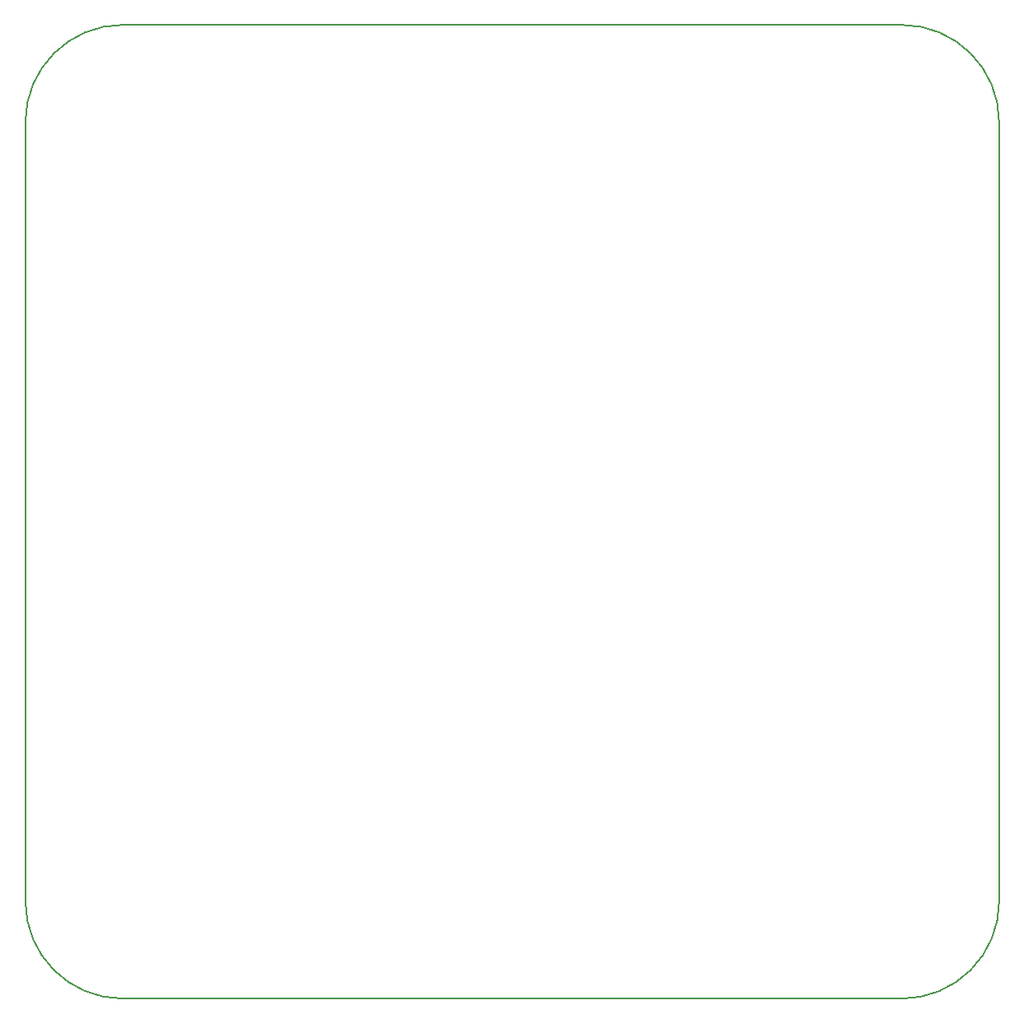
<source format=gbr>
%TF.GenerationSoftware,KiCad,Pcbnew,9.0.0*%
%TF.CreationDate,2025-06-18T17:13:18-07:00*%
%TF.ProjectId,EPS_Scales_RevE,4550535f-5363-4616-9c65-735f52657645,rev?*%
%TF.SameCoordinates,Original*%
%TF.FileFunction,Profile,NP*%
%FSLAX46Y46*%
G04 Gerber Fmt 4.6, Leading zero omitted, Abs format (unit mm)*
G04 Created by KiCad (PCBNEW 9.0.0) date 2025-06-18 17:13:18*
%MOMM*%
%LPD*%
G01*
G04 APERTURE LIST*
%TA.AperFunction,Profile*%
%ADD10C,0.200000*%
%TD*%
G04 APERTURE END LIST*
D10*
X240000000Y-26999999D02*
X159999999Y-26999999D01*
X159999999Y-126999999D02*
X240000000Y-126999999D01*
X250000000Y-116999999D02*
X250000000Y-36999999D01*
X250000000Y-116999999D02*
G75*
G02*
X240000000Y-127000000I-10000000J-1D01*
G01*
X150000000Y-36999998D02*
G75*
G02*
X159999999Y-27000000I10000000J-2D01*
G01*
X150000000Y-36999998D02*
X150000000Y-117000000D01*
X159999999Y-126999999D02*
G75*
G02*
X150000001Y-117000000I1J9999999D01*
G01*
X240000000Y-26999999D02*
G75*
G02*
X250000001Y-36999999I0J-10000001D01*
G01*
M02*

</source>
